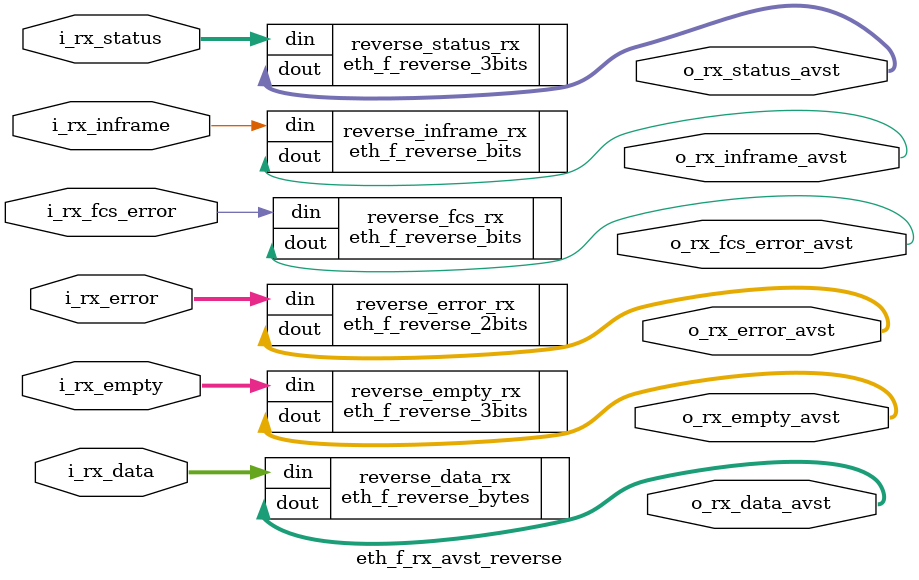
<source format=v>



`timescale 1ps/1ps

module eth_f_rx_avst_reverse #(
       parameter AIB_LANES         = 1
)(
input  [AIB_LANES*64-1:0]  i_rx_data,
input  [AIB_LANES-1:0]     i_rx_inframe,
input  [AIB_LANES*3-1:0]   i_rx_empty,
input  [AIB_LANES*2-1:0]   i_rx_error,
input  [AIB_LANES-1:0]     i_rx_fcs_error,
input  [AIB_LANES*3-1:0]   i_rx_status,
output [AIB_LANES*64-1:0]  o_rx_data_avst,
output [AIB_LANES-1:0]     o_rx_inframe_avst,
output [AIB_LANES*3-1:0]   o_rx_empty_avst,
output [AIB_LANES-1:0]     o_rx_fcs_error_avst,
output [AIB_LANES*2-1:0]   o_rx_error_avst,
output [AIB_LANES*3-1:0]   o_rx_status_avst
);
       eth_f_reverse_bytes #(
            .NUM_BYTES      (AIB_LANES*8)
       ) reverse_data_rx (
            .din(i_rx_data),
            .dout(o_rx_data_avst)
       );
       eth_f_reverse_3bits #(
            .NUM_SYMBOL     (AIB_LANES)
       ) reverse_empty_rx (
            .din(i_rx_empty),
            .dout(o_rx_empty_avst)
       );
       eth_f_reverse_bits #(
            .WIDTH      (AIB_LANES)
       ) reverse_inframe_rx (
            .din(i_rx_inframe),
            .dout(o_rx_inframe_avst)
       );
       eth_f_reverse_2bits #(
            .NUM_SYMBOL     (AIB_LANES)
       ) reverse_error_rx (
            .din(i_rx_error),
            .dout(o_rx_error_avst)
       );
       eth_f_reverse_bits #(
            .WIDTH      (AIB_LANES)
       ) reverse_fcs_rx (
            .din(i_rx_fcs_error),
            .dout(o_rx_fcs_error_avst)
       );
       eth_f_reverse_3bits #(
            .NUM_SYMBOL     (AIB_LANES)
       ) reverse_status_rx (
            .din(i_rx_status),
            .dout(o_rx_status_avst)
       );

endmodule
`ifdef QUESTA_INTEL_OEM
`pragma questa_oem_00 "Jbn39HeDxGqNcYGZOx4Z9ucCs2oEh/b8uMkRaNvB5DRjzJrJYrpJKWFCISE85ii6tH9zuuCEo6X0af6OauTQ+Ozwk1tsZmSo/aK9UOYVqiI4L0mMLnnDyFPJBEUN+znp6d+oie84TxrwJugN/66eG6ek4cTulks0EXWtTfhwKcotsw0Xz4/SS3GVym/4tne0z9smydSL74/eJ6ocrXzqMjpfEjy1qL7mzZl6AEz+onrFlrJpVJzg/erk/qvPj66zsqaIiGRPSh5SPaDDyqIgPuW2Sd886K486IeetGBLP1l198BDglLTVtCDy0GHjIbGKZloKc4jCVNEmqZdkY4gnXmkeFXKQCSbfhXVQ+MiTI+1k2CpREK4h4KiK/r5XYOFsMjebQn3gF0BicYjlZ2T2dc/HNZoLdSLdN9fq7nHE48QqXSN++jnwwo9dKicuFnVycNSuVhOpCIng/4g/4xfBIKfFBe8EPJptPENcl9OCsi9Vlkz2EJdjderNoYgwaBOsz9T1xfDSBD6POSM/nP2M+S6HxQstLCj7880RfCu3NsanX/OyN4DUyMSXS8WlWuNTeF1dKZv2hOHJMtcaQ/al3361ysDpL12U+UoumJ+oZ+94q9jZgzeScB0nnK0MrjP5SYVpG118+lxS/d/JZ0votqWzoVNtKo2tK/9W6IZVymmQSnLQihJgyoY9afo8giFu/SfTVjVC6fmy9YfZfXb1Po8zGg6fLrh2SCMWtAOZXjnBlSViGtnM4SUn95qQiyLGpHPnByhKglISpiJiqu8rJyzfiZOiUDIuLapX7OSvHWR5TeIA/mapaZmcdiWZlo5EWtisHhSuTR+ikCpAMpPg+4ftheSNeSUjJ4P10yNpjEQZbyoC+Yy8DpsZXjKufw422mOVL8QGWWLuk3ZrE15AfvCR1Am+UZoD10/h8VtlPYMyyB7nR6aKYD1mIR8Mre0VEVljxMDQ/HA46OUY1C9Av9SzifL34es5cbvU9+WnzCYZcJ6Y03NVR/W4Pj+/B3z"
`endif
</source>
